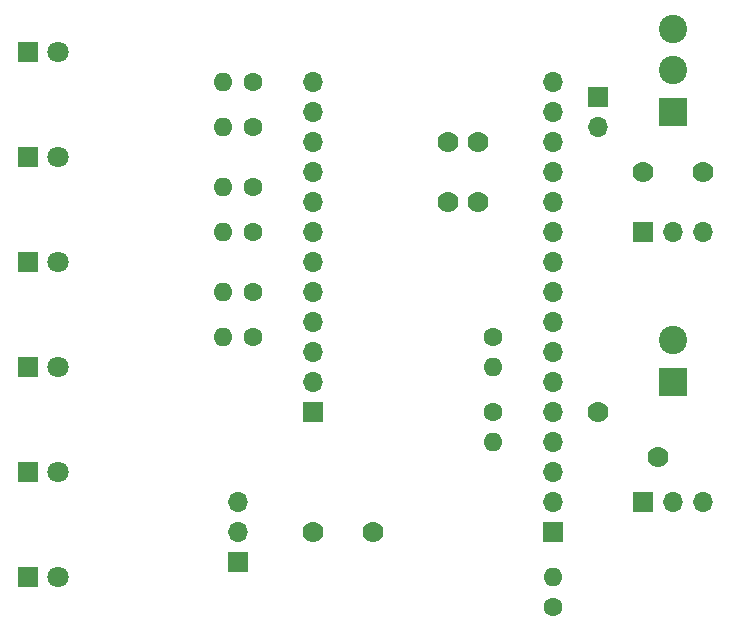
<source format=gbr>
G04 #@! TF.GenerationSoftware,KiCad,Pcbnew,5.1.5-52549c5~84~ubuntu18.04.1*
G04 #@! TF.CreationDate,2020-03-01T13:56:00-05:00*
G04 #@! TF.ProjectId,knuth-gateway,6b6e7574-682d-4676-9174-657761792e6b,rev?*
G04 #@! TF.SameCoordinates,Original*
G04 #@! TF.FileFunction,Copper,L1,Top*
G04 #@! TF.FilePolarity,Positive*
%FSLAX46Y46*%
G04 Gerber Fmt 4.6, Leading zero omitted, Abs format (unit mm)*
G04 Created by KiCad (PCBNEW 5.1.5-52549c5~84~ubuntu18.04.1) date 2020-03-01 13:56:00*
%MOMM*%
%LPD*%
G04 APERTURE LIST*
%ADD10O,1.600000X1.600000*%
%ADD11C,1.600000*%
%ADD12O,1.700000X1.700000*%
%ADD13R,1.700000X1.700000*%
%ADD14R,2.400000X2.400000*%
%ADD15C,2.400000*%
%ADD16C,1.800000*%
%ADD17R,1.800000X1.800000*%
%ADD18C,1.778000*%
G04 APERTURE END LIST*
D10*
X49530000Y-54610000D03*
D11*
X49530000Y-57150000D03*
D12*
X22860000Y-48260000D03*
X22860000Y-50800000D03*
D13*
X22860000Y-53340000D03*
X57150000Y-48260000D03*
D12*
X59690000Y-48260000D03*
X62230000Y-48260000D03*
D14*
X59690000Y-38100000D03*
D15*
X59690000Y-34600000D03*
D10*
X44450000Y-43180000D03*
D11*
X44450000Y-40640000D03*
D10*
X44450000Y-36830000D03*
D11*
X44450000Y-34290000D03*
D10*
X21590000Y-12700000D03*
D11*
X24130000Y-12700000D03*
D10*
X21590000Y-16510000D03*
D11*
X24130000Y-16510000D03*
D10*
X21590000Y-21590000D03*
D11*
X24130000Y-21590000D03*
D10*
X21590000Y-25400000D03*
D11*
X24130000Y-25400000D03*
D10*
X21590000Y-34290000D03*
D11*
X24130000Y-34290000D03*
D10*
X21590000Y-30480000D03*
D11*
X24130000Y-30480000D03*
D13*
X49530000Y-50800000D03*
D12*
X49530000Y-48260000D03*
X49530000Y-45720000D03*
X49530000Y-43180000D03*
X49530000Y-40640000D03*
X49530000Y-38100000D03*
X49530000Y-35560000D03*
X49530000Y-33020000D03*
X49530000Y-30480000D03*
X49530000Y-27940000D03*
X49530000Y-25400000D03*
X49530000Y-22860000D03*
X49530000Y-20320000D03*
X49530000Y-17780000D03*
X49530000Y-15240000D03*
X49530000Y-12700000D03*
D13*
X29210000Y-40640000D03*
D12*
X29210000Y-38100000D03*
X29210000Y-35560000D03*
X29210000Y-33020000D03*
X29210000Y-30480000D03*
X29210000Y-27940000D03*
X29210000Y-25400000D03*
X29210000Y-22860000D03*
X29210000Y-20320000D03*
X29210000Y-17780000D03*
X29210000Y-15240000D03*
X29210000Y-12700000D03*
D16*
X7620000Y-54610000D03*
D17*
X5080000Y-54610000D03*
X5080000Y-45720000D03*
D16*
X7620000Y-45720000D03*
X7620000Y-36830000D03*
D17*
X5080000Y-36830000D03*
X5080000Y-27940000D03*
D16*
X7620000Y-27940000D03*
X7620000Y-19050000D03*
D17*
X5080000Y-19050000D03*
X5080000Y-10160000D03*
D16*
X7620000Y-10160000D03*
D12*
X53340000Y-16510000D03*
D13*
X53340000Y-13970000D03*
D15*
X59690000Y-8240000D03*
X59690000Y-11740000D03*
D14*
X59690000Y-15240000D03*
D13*
X57150000Y-25400000D03*
D12*
X59690000Y-25400000D03*
X62230000Y-25400000D03*
D18*
X62230000Y-20320000D03*
X57150000Y-20320000D03*
X34290000Y-50800000D03*
X29210000Y-50800000D03*
X40640000Y-22860000D03*
X40640000Y-17780000D03*
X43180000Y-22860000D03*
X43180000Y-17780000D03*
X58420000Y-44450000D03*
X53340000Y-40640000D03*
M02*

</source>
